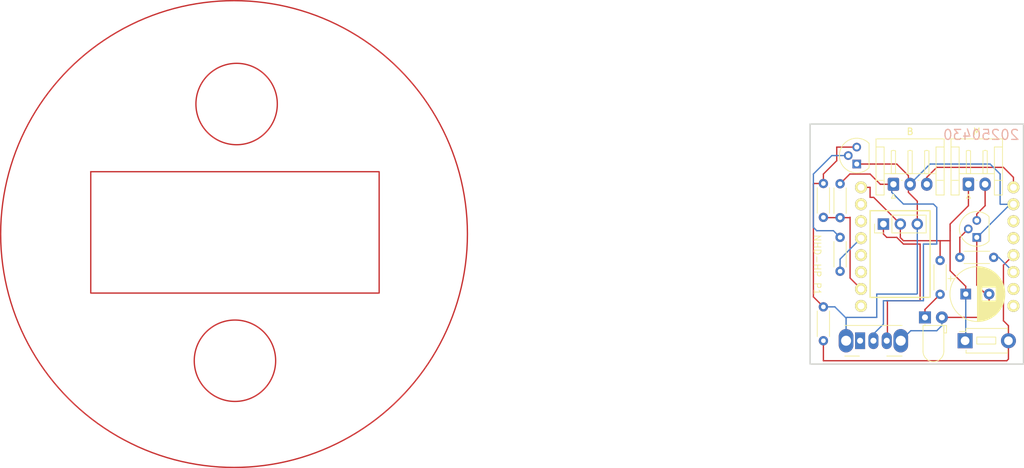
<source format=kicad_pcb>
(kicad_pcb (version 20241229) (generator "pcbnew") (generator_version "9.0")
  (layers (0 "F.Cu" signal) (2 "B.Cu" signal) (13 "F.Paste" user) (15 "B.Paste" user) (5 "F.SilkS" user "F.Silkscreen") (7 "B.SilkS" user "B.Silkscreen") (1 "F.Mask" user) (3 "B.Mask" user) (25 "Edge.Cuts" user))
  (net 0 "")
  (footprint "Resistor_THT:R_Axial_DIN0204_L3.6mm_D1.6mm_P5.08mm_Horizontal" (layer "F.Cu") (at 171.5 83 90)
    (property "Reference" "R6" (hide yes))
    (property "Value" "10K" (hide yes))
    (fp_line (start 0.62 -0.92) (end 4.46 -0.92) (stroke (width 0.12)) (layer "F.SilkS"))
    (fp_line (start 0.62 0.92) (end 4.46 0.92) (stroke (width 0.12)) (layer "F.SilkS"))
    (pad "1" thru_hole circle (at 0 0 90) (size 1.4 1.4) (drill 0.7) (layers "*.Cu" "*.Mask"))
    (pad "2" thru_hole oval (at 5.08 0 90) (size 1.4 1.4) (drill 0.7) (layers "*.Cu" "*.Mask"))
  )
  (footprint "Package_TO_SOT_THT:TO-92" (layer "F.Cu") (at 176.5 56.5 90)
    (property "Reference" "Q2" (hide yes))
    (property "Value" "2n2222" (hide yes))
    (fp_line (start -0.53 1.85) (end 3.07 1.85) (stroke (width 0.12)) (layer "F.SilkS"))
    (fp_arc (start 1.27 -2.6) (mid 3.672087 -0.994977) (end 3.108478 1.838478) (stroke (width 0.12)) (layer "F.SilkS"))
    (fp_arc (start -0.568478 1.838478) (mid -1.132087 -0.994977) (end 1.27 -2.6) (stroke (width 0.12)) (layer "F.SilkS"))
    (pad "1" thru_hole rect (at 0 0 90) (size 1.3 1.3) (drill 0.75) (layers "*.Cu" "*.Mask"))
    (pad "2" thru_hole circle (at 1.27 -1.27 90) (size 1.3 1.3) (drill 0.75) (layers "*.Cu" "*.Mask"))
    (pad "3" thru_hole circle (at 2.54 0 90) (size 1.3 1.3) (drill 0.75) (layers "*.Cu" "*.Mask"))
  )
  (footprint "Package_TO_SOT_THT:TO-92" (layer "F.Cu") (at 194.5 67.5 90)
    (property "Reference" "Q1" (hide yes))
    (property "Value" "2N2222" (hide yes))
    (fp_line (start -0.53 1.85) (end 3.07 1.85) (stroke (width 0.12)) (layer "F.SilkS"))
    (fp_arc (start 1.27 -2.6) (mid 3.672087 -0.994977) (end 3.108478 1.838478) (stroke (width 0.12)) (layer "F.SilkS"))
    (fp_arc (start -0.568478 1.838478) (mid -1.132087 -0.994977) (end 1.27 -2.6) (stroke (width 0.12)) (layer "F.SilkS"))
    (pad "1" thru_hole rect (at 0 0 90) (size 1.3 1.3) (drill 0.75) (layers "*.Cu" "*.Mask"))
    (pad "2" thru_hole circle (at 1.27 -1.27 90) (size 1.3 1.3) (drill 0.75) (layers "*.Cu" "*.Mask"))
    (pad "3" thru_hole circle (at 2.54 0 90) (size 1.3 1.3) (drill 0.75) (layers "*.Cu" "*.Mask"))
  )
  (footprint "Resistor_THT:R_Axial_DIN0204_L3.6mm_D1.6mm_P5.08mm_Horizontal" (layer "F.Cu") (at 174 67.5 -90)
    (property "Reference" "R5" (hide yes))
    (property "Value" "1K" (hide yes))
    (fp_line (start 0.62 0.92) (end 4.46 0.92) (stroke (width 0.12)) (layer "F.SilkS"))
    (fp_line (start 0.62 -0.92) (end 4.46 -0.92) (stroke (width 0.12)) (layer "F.SilkS"))
    (pad "1" thru_hole circle (at 0 0 270) (size 1.4 1.4) (drill 0.7) (layers "*.Cu" "*.Mask"))
    (pad "2" thru_hole oval (at 5.08 0 270) (size 1.4 1.4) (drill 0.7) (layers "*.Cu" "*.Mask"))
  )
  (footprint "Wemos_D1_Mini:D1_mini_board" (layer "F.Cu") (at 188.57 70.16)
    (property "Reference" "U1" (hide yes))
    (property "Value" "D1_mini_board" (hide yes))
    (pad "1" thru_hole circle (at -11.43 7.62) (size 1.8 1.8) (drill 1.016) (layers "*.Cu" "*.Mask" "F.SilkS"))
    (pad "2" thru_hole circle (at -11.43 5.08) (size 1.8 1.8) (drill 1.016) (layers "*.Cu" "*.Mask" "F.SilkS"))
    (pad "3" thru_hole circle (at -11.43 2.54) (size 1.8 1.8) (drill 1.016) (layers "*.Cu" "*.Mask" "F.SilkS"))
    (pad "4" thru_hole circle (at -11.43 0) (size 1.8 1.8) (drill 1.016) (layers "*.Cu" "*.Mask" "F.SilkS"))
    (pad "5" thru_hole circle (at -11.43 -2.54) (size 1.8 1.8) (drill 1.016) (layers "*.Cu" "*.Mask" "F.SilkS"))
    (pad "6" thru_hole circle (at -11.43 -5.08) (size 1.8 1.8) (drill 1.016) (layers "*.Cu" "*.Mask" "F.SilkS"))
    (pad "7" thru_hole circle (at -11.43 -7.62) (size 1.8 1.8) (drill 1.016) (layers "*.Cu" "*.Mask" "F.SilkS"))
    (pad "8" thru_hole circle (at -11.43 -10.16) (size 1.8 1.8) (drill 1.016) (layers "*.Cu" "*.Mask" "F.SilkS"))
    (pad "9" thru_hole circle (at 11.43 -10.16) (size 1.8 1.8) (drill 1.016) (layers "*.Cu" "*.Mask" "F.SilkS"))
    (pad "10" thru_hole circle (at 11.43 -7.62) (size 1.8 1.8) (drill 1.016) (layers "*.Cu" "*.Mask" "F.SilkS"))
    (pad "11" thru_hole circle (at 11.43 -5.08) (size 1.8 1.8) (drill 1.016) (layers "*.Cu" "*.Mask" "F.SilkS"))
    (pad "12" thru_hole circle (at 11.43 -2.54) (size 1.8 1.8) (drill 1.016) (layers "*.Cu" "*.Mask" "F.SilkS"))
    (pad "13" thru_hole circle (at 11.43 0) (size 1.8 1.8) (drill 1.016) (layers "*.Cu" "*.Mask" "F.SilkS"))
    (pad "14" thru_hole circle (at 11.43 2.54) (size 1.8 1.8) (drill 1.016) (layers "*.Cu" "*.Mask" "F.SilkS"))
    (pad "15" thru_hole circle (at 11.43 5.08) (size 1.8 1.8) (drill 1.016) (layers "*.Cu" "*.Mask" "F.SilkS"))
    (pad "16" thru_hole circle (at 11.43 7.62) (size 1.8 1.8) (drill 1.016) (layers "*.Cu" "*.Mask" "F.SilkS"))
  )
  (footprint "Button_Switch_THT:SW_Slide_SPDT_Angled_CK_OS102011MA1Q" (layer "F.Cu") (at 177 83)
    (property "Reference" "SW1" (hide yes))
    (property "Value" "SW_Slide_SPDT_Angled_CK_OS102011MA1Q" (hide yes))
    (fp_line (start -2.3 -2.3) (end 6.3 -2.3) (stroke (width 0.12)) (layer "F.SilkS"))
    (fp_line (start -2.3 2.3) (end -0.1 2.3) (stroke (width 0.12)) (layer "F.SilkS"))
    (fp_line (start 4 2.3) (end 6.3 2.3) (stroke (width 0.12)) (layer "F.SilkS"))
    (pad "" thru_hole oval (at -2.1 0) (size 2.2 3.5) (drill 1.5) (layers "*.Cu" "*.Mask"))
    (pad "" thru_hole oval (at 6.1 0) (size 2.2 3.5) (drill 1.5) (layers "*.Cu" "*.Mask"))
    (pad "1" thru_hole rect (at 0 0) (size 1.5 2.5) (drill 0.9) (layers "*.Cu" "*.Mask"))
    (pad "2" thru_hole oval (at 2 0) (size 1.5 2.5) (drill 0.9) (layers "*.Cu" "*.Mask"))
    (pad "3" thru_hole oval (at 4 0) (size 1.5 2.5) (drill 0.9) (layers "*.Cu" "*.Mask"))
  )
  (footprint "Resistor_THT:R_Axial_DIN0204_L3.6mm_D1.6mm_P5.08mm_Horizontal" (layer "F.Cu") (at 174 64.54 90)
    (property "Reference" "R3" (hide yes))
    (property "Value" "10K" (hide yes))
    (fp_line (start 0.62 -0.92) (end 4.46 -0.92) (stroke (width 0.12)) (layer "F.SilkS"))
    (fp_line (start 0.62 0.92) (end 4.46 0.92) (stroke (width 0.12)) (layer "F.SilkS"))
    (pad "1" thru_hole circle (at 0 0 90) (size 1.4 1.4) (drill 0.7) (layers "*.Cu" "*.Mask"))
    (pad "2" thru_hole oval (at 5.08 0 90) (size 1.4 1.4) (drill 0.7) (layers "*.Cu" "*.Mask"))
  )
  (footprint "Connector_JST:JST_EH_S3B-EH_1x03_P2.50mm_Horizontal" (layer "F.Cu") (at 182 59.5325)
    (property "Reference" "B" (at 2.5 -7.9 0) (layer "F.SilkS"))
    (property "Value" "")
    (fp_line (start -2.61 -6.81) (end 7.61 -6.81) (stroke (width 0.12)) (layer "F.SilkS"))
    (fp_line (start -2.61 -5.59) (end -1.39 -5.59) (stroke (width 0.12)) (layer "F.SilkS"))
    (fp_line (start -2.61 1.61) (end -2.61 -6.81) (stroke (width 0.12)) (layer "F.SilkS"))
    (fp_line (start -1.39 -5.59) (end -1.39 -0.59) (stroke (width 0.12)) (layer "F.SilkS"))
    (fp_line (start -1.39 -1.59) (end 6.39 -1.59) (stroke (width 0.12)) (layer "F.SilkS"))
    (fp_line (start -1.39 -0.59) (end -2.61 -0.59) (stroke (width 0.12)) (layer "F.SilkS"))
    (fp_line (start -1.39 -0.59) (end -1.39 1.61) (stroke (width 0.12)) (layer "F.SilkS"))
    (fp_line (start -1.39 1.61) (end -2.61 1.61) (stroke (width 0.12)) (layer "F.SilkS"))
    (fp_line (start -0.32 -5.01) (end 0 -5.09) (stroke (width 0.12)) (layer "F.SilkS"))
    (fp_line (start -0.32 -1.59) (end -0.32 -5.01) (stroke (width 0.12)) (layer "F.SilkS"))
    (fp_line (start -0.3 2.1) (end 0.3 2.1) (stroke (width 0.12)) (layer "F.SilkS"))
    (fp_line (start 0 -5.09) (end 0.32 -5.01) (stroke (width 0.12)) (layer "F.SilkS"))
    (fp_line (start 0 -1.59) (end -0.32 -1.59) (stroke (width 0.12)) (layer "F.SilkS"))
    (fp_line (start 0 1.5) (end -0.3 2.1) (stroke (width 0.12)) (layer "F.SilkS"))
    (fp_line (start 0.3 2.1) (end 0 1.5) (stroke (width 0.12)) (layer "F.SilkS"))
    (fp_line (start 0.32 -5.01) (end 0.32 -1.59) (stroke (width 0.12)) (layer "F.SilkS"))
    (fp_line (start 0.32 -1.59) (end 0 -1.59) (stroke (width 0.12)) (layer "F.SilkS"))
    (fp_line (start 1.17 -0.59) (end 1.33 -0.59) (stroke (width 0.12)) (layer "F.SilkS"))
    (fp_line (start 2.18 -5.01) (end 2.5 -5.09) (stroke (width 0.12)) (layer "F.SilkS"))
    (fp_line (start 2.18 -1.59) (end 2.18 -5.01) (stroke (width 0.12)) (layer "F.SilkS"))
    (fp_line (start 2.5 -5.09) (end 2.82 -5.01) (stroke (width 0.12)) (layer "F.SilkS"))
    (fp_line (start 2.5 -1.59) (end 2.18 -1.59) (stroke (width 0.12)) (layer "F.SilkS"))
    (fp_line (start 2.82 -5.01) (end 2.82 -1.59) (stroke (width 0.12)) (layer "F.SilkS"))
    (fp_line (start 2.82 -1.59) (end 2.5 -1.59) (stroke (width 0.12)) (layer "F.SilkS"))
    (fp_line (start 3.67 -0.59) (end 3.83 -0.59) (stroke (width 0.12)) (layer "F.SilkS"))
    (fp_line (start 4.68 -5.01) (end 5 -5.09) (stroke (width 0.12)) (layer "F.SilkS"))
    (fp_line (start 4.68 -1.59) (end 4.68 -5.01) (stroke (width 0.12)) (layer "F.SilkS"))
    (fp_line (start 5 -5.09) (end 5.32 -5.01) (stroke (width 0.12)) (layer "F.SilkS"))
    (fp_line (start 5 -1.59) (end 4.68 -1.59) (stroke (width 0.12)) (layer "F.SilkS"))
    (fp_line (start 5.32 -5.01) (end 5.32 -1.59) (stroke (width 0.12)) (layer "F.SilkS"))
    (fp_line (start 5.32 -1.59) (end 5 -1.59) (stroke (width 0.12)) (layer "F.SilkS"))
    (fp_line (start 6.39 -5.59) (end 6.39 -0.59) (stroke (width 0.12)) (layer "F.SilkS"))
    (fp_line (start 6.39 -0.59) (end 7.61 -0.59) (stroke (width 0.12)) (layer "F.SilkS"))
    (fp_line (start 6.39 1.61) (end 6.39 -0.59) (stroke (width 0.12)) (layer "F.SilkS"))
    (fp_line (start 7.61 -6.81) (end 7.61 1.61) (stroke (width 0.12)) (layer "F.SilkS"))
    (fp_line (start 7.61 -5.59) (end 6.39 -5.59) (stroke (width 0.12)) (layer "F.SilkS"))
    (fp_line (start 7.61 1.61) (end 6.39 1.61) (stroke (width 0.12)) (layer "F.SilkS"))
    (pad "1" thru_hole roundrect (at 0 0) (size 1.7 1.95) (drill 0.95) (layers "*.Cu" "*.Mask") (roundrect_rratio 0.147059))
    (pad "2" thru_hole oval (at 2.5 0) (size 1.7 1.95) (drill 0.95) (layers "*.Cu" "*.Mask"))
    (pad "3" thru_hole oval (at 5 0) (size 1.7 1.95) (drill 0.95) (layers "*.Cu" "*.Mask"))
  )
  (footprint "LED_THT:LED_D3.0mm_Horizontal_O1.27mm_Z2.0mm" (layer "F.Cu") (at 186.73 79.5)
    (property "Reference" "D1" (hide yes))
    (property "Value" "PWD LED" (hide yes))
    (fp_line (start -0.29 1.21) (end -0.29 5.07) (stroke (width 0.12)) (layer "F.SilkS"))
    (fp_line (start -0.29 1.21) (end 2.83 1.21) (stroke (width 0.12)) (layer "F.SilkS"))
    (fp_line (start 0 1.08) (end 0 1.08) (stroke (width 0.12)) (layer "F.SilkS"))
    (fp_line (start 0 1.08) (end 0 1.21) (stroke (width 0.12)) (layer "F.SilkS"))
    (fp_line (start 0 1.21) (end 0 1.08) (stroke (width 0.12)) (layer "F.SilkS"))
    (fp_line (start 0 1.21) (end 0 1.21) (stroke (width 0.12)) (layer "F.SilkS"))
    (fp_line (start 2.54 1.08) (end 2.54 1.08) (stroke (width 0.12)) (layer "F.SilkS"))
    (fp_line (start 2.54 1.08) (end 2.54 1.21) (stroke (width 0.12)) (layer "F.SilkS"))
    (fp_line (start 2.54 1.21) (end 2.54 1.08) (stroke (width 0.12)) (layer "F.SilkS"))
    (fp_line (start 2.54 1.21) (end 2.54 1.21) (stroke (width 0.12)) (layer "F.SilkS"))
    (fp_line (start 2.83 1.21) (end 2.83 5.07) (stroke (width 0.12)) (layer "F.SilkS"))
    (fp_line (start 2.83 1.21) (end 3.23 1.21) (stroke (width 0.12)) (layer "F.SilkS"))
    (fp_line (start 2.83 2.33) (end 2.83 1.21) (stroke (width 0.12)) (layer "F.SilkS"))
    (fp_line (start 3.23 1.21) (end 3.23 2.33) (stroke (width 0.12)) (layer "F.SilkS"))
    (fp_line (start 3.23 2.33) (end 2.83 2.33) (stroke (width 0.12)) (layer "F.SilkS"))
    (fp_arc (start 2.83 5.07) (mid 1.27 6.63) (end -0.29 5.07) (stroke (width 0.12)) (layer "F.SilkS"))
    (pad "1" thru_hole rect (at 0 0) (size 1.8 1.8) (drill 0.9) (layers "*.Cu" "*.Mask"))
    (pad "2" thru_hole circle (at 2.54 0) (size 1.8 1.8) (drill 0.9) (layers "*.Cu" "*.Mask"))
  )
  (footprint "Resistor_THT:R_Axial_DIN0204_L3.6mm_D1.6mm_P5.08mm_Horizontal" (layer "F.Cu") (at 189 70.96 -90)
    (property "Reference" "R2" (hide yes))
    (property "Value" "56Ohm" (hide yes))
    (fp_line (start 0.62 0.92) (end 4.46 0.92) (stroke (width 0.12)) (layer "F.SilkS"))
    (fp_line (start 0.62 -0.92) (end 4.46 -0.92) (stroke (width 0.12)) (layer "F.SilkS"))
    (pad "1" thru_hole circle (at 0 0 270) (size 1.4 1.4) (drill 0.7) (layers "*.Cu" "*.Mask"))
    (pad "2" thru_hole oval (at 5.08 0 270) (size 1.4 1.4) (drill 0.7) (layers "*.Cu" "*.Mask"))
  )
  (footprint "Capacitor_THT:CP_Radial_D8.0mm_P3.50mm" (layer "F.Cu") (at 192.847349 76)
    (property "Reference" "C1" (hide yes))
    (property "Value" "200uf 25v" (hide yes))
    (fp_line (start -2.659698 -2.315) (end -1.859698 -2.315) (stroke (width 0.12)) (layer "F.SilkS"))
    (fp_line (start -2.259698 -2.715) (end -2.259698 -1.915) (stroke (width 0.12)) (layer "F.SilkS"))
    (fp_line (start 1.75 -4.08) (end 1.75 4.08) (stroke (width 0.12)) (layer "F.SilkS"))
    (fp_line (start 1.79 -4.08) (end 1.79 4.08) (stroke (width 0.12)) (layer "F.SilkS"))
    (fp_line (start 1.83 -4.08) (end 1.83 4.08) (stroke (width 0.12)) (layer "F.SilkS"))
    (fp_line (start 1.87 -4.079) (end 1.87 4.079) (stroke (width 0.12)) (layer "F.SilkS"))
    (fp_line (start 1.91 -4.077) (end 1.91 4.077) (stroke (width 0.12)) (layer "F.SilkS"))
    (fp_line (start 1.95 -4.076) (end 1.95 4.076) (stroke (width 0.12)) (layer "F.SilkS"))
    (fp_line (start 1.99 -4.074) (end 1.99 4.074) (stroke (width 0.12)) (layer "F.SilkS"))
    (fp_line (start 2.03 -4.071) (end 2.03 4.071) (stroke (width 0.12)) (layer "F.SilkS"))
    (fp_line (start 2.07 -4.068) (end 2.07 4.068) (stroke (width 0.12)) (layer "F.SilkS"))
    (fp_line (start 2.11 -4.065) (end 2.11 4.065) (stroke (width 0.12)) (layer "F.SilkS"))
    (fp_line (start 2.15 -4.061) (end 2.15 4.061) (stroke (width 0.12)) (layer "F.SilkS"))
    (fp_line (start 2.19 -4.057) (end 2.19 4.057) (stroke (width 0.12)) (layer "F.SilkS"))
    (fp_line (start 2.23 -4.052) (end 2.23 4.052) (stroke (width 0.12)) (layer "F.SilkS"))
    (fp_line (start 2.27 -4.048) (end 2.27 4.048) (stroke (width 0.12)) (layer "F.SilkS"))
    (fp_line (start 2.31 -4.042) (end 2.31 4.042) (stroke (width 0.12)) (layer "F.SilkS"))
    (fp_line (start 2.35 -4.037) (end 2.35 4.037) (stroke (width 0.12)) (layer "F.SilkS"))
    (fp_line (start 2.39 -4.03) (end 2.39 4.03) (stroke (width 0.12)) (layer "F.SilkS"))
    (fp_line (start 2.43 -4.024) (end 2.43 4.024) (stroke (width 0.12)) (layer "F.SilkS"))
    (fp_line (start 2.471 -4.017) (end 2.471 -1.04) (stroke (width 0.12)) (layer "F.SilkS"))
    (fp_line (start 2.471 1.04) (end 2.471 4.017) (stroke (width 0.12)) (layer "F.SilkS"))
    (fp_line (start 2.511 -4.01) (end 2.511 -1.04) (stroke (width 0.12)) (layer "F.SilkS"))
    (fp_line (start 2.511 1.04) (end 2.511 4.01) (stroke (width 0.12)) (layer "F.SilkS"))
    (fp_line (start 2.551 -4.002) (end 2.551 -1.04) (stroke (width 0.12)) (layer "F.SilkS"))
    (fp_line (start 2.551 1.04) (end 2.551 4.002) (stroke (width 0.12)) (layer "F.SilkS"))
    (fp_line (start 2.591 -3.994) (end 2.591 -1.04) (stroke (width 0.12)) (layer "F.SilkS"))
    (fp_line (start 2.591 1.04) (end 2.591 3.994) (stroke (width 0.12)) (layer "F.SilkS"))
    (fp_line (start 2.631 -3.985) (end 2.631 -1.04) (stroke (width 0.12)) (layer "F.SilkS"))
    (fp_line (start 2.631 1.04) (end 2.631 3.985) (stroke (width 0.12)) (layer "F.SilkS"))
    (fp_line (start 2.671 -3.976) (end 2.671 -1.04) (stroke (width 0.12)) (layer "F.SilkS"))
    (fp_line (start 2.671 1.04) (end 2.671 3.976) (stroke (width 0.12)) (layer "F.SilkS"))
    (fp_line (start 2.711 -3.967) (end 2.711 -1.04) (stroke (width 0.12)) (layer "F.SilkS"))
    (fp_line (start 2.711 1.04) (end 2.711 3.967) (stroke (width 0.12)) (layer "F.SilkS"))
    (fp_line (start 2.751 -3.957) (end 2.751 -1.04) (stroke (width 0.12)) (layer "F.SilkS"))
    (fp_line (start 2.751 1.04) (end 2.751 3.957) (stroke (width 0.12)) (layer "F.SilkS"))
    (fp_line (start 2.791 -3.947) (end 2.791 -1.04) (stroke (width 0.12)) (layer "F.SilkS"))
    (fp_line (start 2.791 1.04) (end 2.791 3.947) (stroke (width 0.12)) (layer "F.SilkS"))
    (fp_line (start 2.831 -3.936) (end 2.831 -1.04) (stroke (width 0.12)) (layer "F.SilkS"))
    (fp_line (start 2.831 1.04) (end 2.831 3.936) (stroke (width 0.12)) (layer "F.SilkS"))
    (fp_line (start 2.871 -3.925) (end 2.871 -1.04) (stroke (width 0.12)) (layer "F.SilkS"))
    (fp_line (start 2.871 1.04) (end 2.871 3.925) (stroke (width 0.12)) (layer "F.SilkS"))
    (fp_line (start 2.911 -3.914) (end 2.911 -1.04) (stroke (width 0.12)) (layer "F.SilkS"))
    (fp_line (start 2.911 1.04) (end 2.911 3.914) (stroke (width 0.12)) (layer "F.SilkS"))
    (fp_line (start 2.951 -3.902) (end 2.951 -1.04) (stroke (width 0.12)) (layer "F.SilkS"))
    (fp_line (start 2.951 1.04) (end 2.951 3.902) (stroke (width 0.12)) (layer "F.SilkS"))
    (fp_line (start 2.991 -3.889) (end 2.991 -1.04) (stroke (width 0.12)) (layer "F.SilkS"))
    (fp_line (start 2.991 1.04) (end 2.991 3.889) (stroke (width 0.12)) (layer "F.SilkS"))
    (fp_line (start 3.031 -3.877) (end 3.031 -1.04) (stroke (width 0.12)) (layer "F.SilkS"))
    (fp_line (start 3.031 1.04) (end 3.031 3.877) (stroke (width 0.12)) (layer "F.SilkS"))
    (fp_line (start 3.071 -3.863) (end 3.071 -1.04) (stroke (width 0.12)) (layer "F.SilkS"))
    (fp_line (start 3.071 1.04) (end 3.071 3.863) (stroke (width 0.12)) (layer "F.SilkS"))
    (fp_line (start 3.111 -3.85) (end 3.111 -1.04) (stroke (width 0.12)) (layer "F.SilkS"))
    (fp_line (start 3.111 1.04) (end 3.111 3.85) (stroke (width 0.12)) (layer "F.SilkS"))
    (fp_line (start 3.151 -3.835) (end 3.151 -1.04) (stroke (width 0.12)) (layer "F.SilkS"))
    (fp_line (start 3.151 1.04) (end 3.151 3.835) (stroke (width 0.12)) (layer "F.SilkS"))
    (fp_line (start 3.191 -3.821) (end 3.191 -1.04) (stroke (width 0.12)) (layer "F.SilkS"))
    (fp_line (start 3.191 1.04) (end 3.191 3.821) (stroke (width 0.12)) (layer "F.SilkS"))
    (fp_line (start 3.231 -3.805) (end 3.231 -1.04) (stroke (width 0.12)) (layer "F.SilkS"))
    (fp_line (start 3.231 1.04) (end 3.231 3.805) (stroke (width 0.12)) (layer "F.SilkS"))
    (fp_line (start 3.271 -3.79) (end 3.271 -1.04) (stroke (width 0.12)) (layer "F.SilkS"))
    (fp_line (start 3.271 1.04) (end 3.271 3.79) (stroke (width 0.12)) (layer "F.SilkS"))
    (fp_line (start 3.311 -3.774) (end 3.311 -1.04) (stroke (width 0.12)) (layer "F.SilkS"))
    (fp_line (start 3.311 1.04) (end 3.311 3.774) (stroke (width 0.12)) (layer "F.SilkS"))
    (fp_line (start 3.351 -3.757) (end 3.351 -1.04) (stroke (width 0.12)) (layer "F.SilkS"))
    (fp_line (start 3.351 1.04) (end 3.351 3.757) (stroke (width 0.12)) (layer "F.SilkS"))
    (fp_line (start 3.391 -3.74) (end 3.391 -1.04) (stroke (width 0.12)) (layer "F.SilkS"))
    (fp_line (start 3.391 1.04) (end 3.391 3.74) (stroke (width 0.12)) (layer "F.SilkS"))
    (fp_line (start 3.431 -3.722) (end 3.431 -1.04) (stroke (width 0.12)) (layer "F.SilkS"))
    (fp_line (start 3.431 1.04) (end 3.431 3.722) (stroke (width 0.12)) (layer "F.SilkS"))
    (fp_line (start 3.471 -3.704) (end 3.471 -1.04) (stroke (width 0.12)) (layer "F.SilkS"))
    (fp_line (start 3.471 1.04) (end 3.471 3.704) (stroke (width 0.12)) (layer "F.SilkS"))
    (fp_line (start 3.511 -3.686) (end 3.511 -1.04) (stroke (width 0.12)) (layer "F.SilkS"))
    (fp_line (start 3.511 1.04) (end 3.511 3.686) (stroke (width 0.12)) (layer "F.SilkS"))
    (fp_line (start 3.551 -3.666) (end 3.551 -1.04) (stroke (width 0.12)) (layer "F.SilkS"))
    (fp_line (start 3.551 1.04) (end 3.551 3.666) (stroke (width 0.12)) (layer "F.SilkS"))
    (fp_line (start 3.591 -3.647) (end 3.591 -1.04) (stroke (width 0.12)) (layer "F.SilkS"))
    (fp_line (start 3.591 1.04) (end 3.591 3.647) (stroke (width 0.12)) (layer "F.SilkS"))
    (fp_line (start 3.631 -3.627) (end 3.631 -1.04) (stroke (width 0.12)) (layer "F.SilkS"))
    (fp_line (start 3.631 1.04) (end 3.631 3.627) (stroke (width 0.12)) (layer "F.SilkS"))
    (fp_line (start 3.671 -3.606) (end 3.671 -1.04) (stroke (width 0.12)) (layer "F.SilkS"))
    (fp_line (start 3.671 1.04) (end 3.671 3.606) (stroke (width 0.12)) (layer "F.SilkS"))
    (fp_line (start 3.711 -3.584) (end 3.711 -1.04) (stroke (width 0.12)) (layer "F.SilkS"))
    (fp_line (start 3.711 1.04) (end 3.711 3.584) (stroke (width 0.12)) (layer "F.SilkS"))
    (fp_line (start 3.751 -3.562) (end 3.751 -1.04) (stroke (width 0.12)) (layer "F.SilkS"))
    (fp_line (start 3.751 1.04) (end 3.751 3.562) (stroke (width 0.12)) (layer "F.SilkS"))
    (fp_line (start 3.791 -3.54) (end 3.791 -1.04) (stroke (width 0.12)) (layer "F.SilkS"))
    (fp_line (start 3.791 1.04) (end 3.791 3.54) (stroke (width 0.12)) (layer "F.SilkS"))
    (fp_line (start 3.831 -3.517) (end 3.831 -1.04) (stroke (width 0.12)) (layer "F.SilkS"))
    (fp_line (start 3.831 1.04) (end 3.831 3.517) (stroke (width 0.12)) (layer "F.SilkS"))
    (fp_line (start 3.871 -3.493) (end 3.871 -1.04) (stroke (width 0.12)) (layer "F.SilkS"))
    (fp_line (start 3.871 1.04) (end 3.871 3.493) (stroke (width 0.12)) (layer "F.SilkS"))
    (fp_line (start 3.911 -3.469) (end 3.911 -1.04) (stroke (width 0.12)) (layer "F.SilkS"))
    (fp_line (start 3.911 1.04) (end 3.911 3.469) (stroke (width 0.12)) (layer "F.SilkS"))
    (fp_line (start 3.951 -3.444) (end 3.951 -1.04) (stroke (width 0.12)) (layer "F.SilkS"))
    (fp_line (start 3.951 1.04) (end 3.951 3.444) (stroke (width 0.12)) (layer "F.SilkS"))
    (fp_line (start 3.991 -3.418) (end 3.991 -1.04) (stroke (width 0.12)) (layer "F.SilkS"))
    (fp_line (start 3.991 1.04) (end 3.991 3.418) (stroke (width 0.12)) (layer "F.SilkS"))
    (fp_line (start 4.031 -3.392) (end 4.031 -1.04) (stroke (width 0.12)) (layer "F.SilkS"))
    (fp_line (start 4.031 1.04) (end 4.031 3.392) (stroke (width 0.12)) (layer "F.SilkS"))
    (fp_line (start 4.071 -3.365) (end 4.071 -1.04) (stroke (width 0.12)) (layer "F.SilkS"))
    (fp_line (start 4.071 1.04) (end 4.071 3.365) (stroke (width 0.12)) (layer "F.SilkS"))
    (fp_line (start 4.111 -3.338) (end 4.111 -1.04) (stroke (width 0.12)) (layer "F.SilkS"))
    (fp_line (start 4.111 1.04) (end 4.111 3.338) (stroke (width 0.12)) (layer "F.SilkS"))
    (fp_line (start 4.151 -3.309) (end 4.151 -1.04) (stroke (width 0.12)) (layer "F.SilkS"))
    (fp_line (start 4.151 1.04) (end 4.151 3.309) (stroke (width 0.12)) (layer "F.SilkS"))
    (fp_line (start 4.191 -3.28) (end 4.191 -1.04) (stroke (width 0.12)) (layer "F.SilkS"))
    (fp_line (start 4.191 1.04) (end 4.191 3.28) (stroke (width 0.12)) (layer "F.SilkS"))
    (fp_line (start 4.231 -3.25) (end 4.231 -1.04) (stroke (width 0.12)) (layer "F.SilkS"))
    (fp_line (start 4.231 1.04) (end 4.231 3.25) (stroke (width 0.12)) (layer "F.SilkS"))
    (fp_line (start 4.271 -3.22) (end 4.271 -1.04) (stroke (width 0.12)) (layer "F.SilkS"))
    (fp_line (start 4.271 1.04) (end 4.271 3.22) (stroke (width 0.12)) (layer "F.SilkS"))
    (fp_line (start 4.311 -3.189) (end 4.311 -1.04) (stroke (width 0.12)) (layer "F.SilkS"))
    (fp_line (start 4.311 1.04) (end 4.311 3.189) (stroke (width 0.12)) (layer "F.SilkS"))
    (fp_line (start 4.351 -3.156) (end 4.351 -1.04) (stroke (width 0.12)) (layer "F.SilkS"))
    (fp_line (start 4.351 1.04) (end 4.351 3.156) (stroke (width 0.12)) (layer "F.SilkS"))
    (fp_line (start 4.391 -3.124) (end 4.391 -1.04) (stroke (width 0.12)) (layer "F.SilkS"))
    (fp_line (start 4.391 1.04) (end 4.391 3.124) (stroke (width 0.12)) (layer "F.SilkS"))
    (fp_line (start 4.431 -3.09) (end 4.431 -1.04) (stroke (width 0.12)) (layer "F.SilkS"))
    (fp_line (start 4.431 1.04) (end 4.431 3.09) (stroke (width 0.12)) (layer "F.SilkS"))
    (fp_line (start 4.471 -3.055) (end 4.471 -1.04) (stroke (width 0.12)) (layer "F.SilkS"))
    (fp_line (start 4.471 1.04) (end 4.471 3.055) (stroke (width 0.12)) (layer "F.SilkS"))
    (fp_line (start 4.511 -3.019) (end 4.511 -1.04) (stroke (width 0.12)) (layer "F.SilkS"))
    (fp_line (start 4.511 1.04) (end 4.511 3.019) (stroke (width 0.12)) (layer "F.SilkS"))
    (fp_line (start 4.551 -2.983) (end 4.551 2.983) (stroke (width 0.12)) (layer "F.SilkS"))
    (fp_line (start 4.591 -2.945) (end 4.591 2.945) (stroke (width 0.12)) (layer "F.SilkS"))
    (fp_line (start 4.631 -2.907) (end 4.631 2.907) (stroke (width 0.12)) (layer "F.SilkS"))
    (fp_line (start 4.671 -2.867) (end 4.671 2.867) (stroke (width 0.12)) (layer "F.SilkS"))
    (fp_line (start 4.711 -2.826) (end 4.711 2.826) (stroke (width 0.12)) (layer "F.SilkS"))
    (fp_line (start 4.751 -2.784) (end 4.751 2.784) (stroke (width 0.12)) (layer "F.SilkS"))
    (fp_line (start 4.791 -2.741) (end 4.791 2.741) (stroke (width 0.12)) (layer "F.SilkS"))
    (fp_line (start 4.831 -2.697) (end 4.831 2.697) (stroke (width 0.12)) (layer "F.SilkS"))
    (fp_line (start 4.871 -2.651) (end 4.871 2.651) (stroke (width 0.12)) (layer "F.SilkS"))
    (fp_line (start 4.911 -2.604) (end 4.911 2.604) (stroke (width 0.12)) (layer "F.SilkS"))
    (fp_line (start 4.951 -2.556) (end 4.951 2.556) (stroke (width 0.12)) (layer "F.SilkS"))
    (fp_line (start 4.991 -2.505) (end 4.991 2.505) (stroke (width 0.12)) (layer "F.SilkS"))
    (fp_line (start 5.031 -2.454) (end 5.031 2.454) (stroke (width 0.12)) (layer "F.SilkS"))
    (fp_line (start 5.071 -2.4) (end 5.071 2.4) (stroke (width 0.12)) (layer "F.SilkS"))
    (fp_line (start 5.111 -2.345) (end 5.111 2.345) (stroke (width 0.12)) (layer "F.SilkS"))
    (fp_line (start 5.151 -2.287) (end 5.151 2.287) (stroke (width 0.12)) (layer "F.SilkS"))
    (fp_line (start 5.191 -2.228) (end 5.191 2.228) (stroke (width 0.12)) (layer "F.SilkS"))
    (fp_line (start 5.231 -2.166) (end 5.231 2.166) (stroke (width 0.12)) (layer "F.SilkS"))
    (fp_line (start 5.271 -2.102) (end 5.271 2.102) (stroke (width 0.12)) (layer "F.SilkS"))
    (fp_line (start 5.311 -2.034) (end 5.311 2.034) (stroke (width 0.12)) (layer "F.SilkS"))
    (fp_line (start 5.351 -1.964) (end 5.351 1.964) (stroke (width 0.12)) (layer "F.SilkS"))
    (fp_line (start 5.391 -1.89) (end 5.391 1.89) (stroke (width 0.12)) (layer "F.SilkS"))
    (fp_line (start 5.431 -1.813) (end 5.431 1.813) (stroke (width 0.12)) (layer "F.SilkS"))
    (fp_line (start 5.471 -1.731) (end 5.471 1.731) (stroke (width 0.12)) (layer "F.SilkS"))
    (fp_line (start 5.511 -1.645) (end 5.511 1.645) (stroke (width 0.12)) (layer "F.SilkS"))
    (fp_line (start 5.551 -1.552) (end 5.551 1.552) (stroke (width 0.12)) (layer "F.SilkS"))
    (fp_line (start 5.591 -1.453) (end 5.591 1.453) (stroke (width 0.12)) (layer "F.SilkS"))
    (fp_line (start 5.631 -1.346) (end 5.631 1.346) (stroke (width 0.12)) (layer "F.SilkS"))
    (fp_line (start 5.671 -1.229) (end 5.671 1.229) (stroke (width 0.12)) (layer "F.SilkS"))
    (fp_line (start 5.711 -1.098) (end 5.711 1.098) (stroke (width 0.12)) (layer "F.SilkS"))
    (fp_line (start 5.751 -0.948) (end 5.751 0.948) (stroke (width 0.12)) (layer "F.SilkS"))
    (fp_line (start 5.791 -0.768) (end 5.791 0.768) (stroke (width 0.12)) (layer "F.SilkS"))
    (fp_line (start 5.831 -0.533) (end 5.831 0.533) (stroke (width 0.12)) (layer "F.SilkS"))
    (fp_circle (center 1.75 0) (end 5.87 0) (stroke (width 0.12)) (fill no) (layer "F.SilkS"))
    (pad "1" thru_hole rect (at 0 0) (size 1.6 1.6) (drill 0.8) (layers "*.Cu" "*.Mask"))
    (pad "2" thru_hole circle (at 3.5 0) (size 1.6 1.6) (drill 0.8) (layers "*.Cu" "*.Mask"))
  )
  (footprint "Connector_PinHeader_2.54mm:PinHeader_1x03_P2.54mm_Vertical" (layer "F.Cu") (at 180.5 65.5 90)
    (property "Reference" "J1" (hide yes))
    (property "Value" "PinHeader_1x03_P2.54mm_Vertical" (hide yes))
    (fp_line (start -1.33 -1.33) (end 0 -1.33) (stroke (width 0.12)) (layer "F.SilkS"))
    (fp_line (start -1.33 0) (end -1.33 -1.33) (stroke (width 0.12)) (layer "F.SilkS"))
    (fp_line (start 1.33 1.27) (end 1.33 6.41) (stroke (width 0.12)) (layer "F.SilkS"))
    (fp_line (start -1.33 1.27) (end 1.33 1.27) (stroke (width 0.12)) (layer "F.SilkS"))
    (fp_line (start -1.33 1.27) (end -1.33 6.41) (stroke (width 0.12)) (layer "F.SilkS"))
    (fp_line (start -1.33 6.41) (end 1.33 6.41) (stroke (width 0.12)) (layer "F.SilkS"))
    (pad "1" thru_hole rect (at 0 0 90) (size 1.7 1.7) (drill 1) (layers "*.Cu" "*.Mask"))
    (pad "2" thru_hole oval (at 0 2.54 90) (size 1.7 1.7) (drill 1) (layers "*.Cu" "*.Mask"))
    (pad "3" thru_hole oval (at 0 5.08 90) (size 1.7 1.7) (drill 1) (layers "*.Cu" "*.Mask"))
  )
  (footprint "Connector_JST:JST_EH_S2B-EH_1x02_P2.50mm_Horizontal" (layer "F.Cu") (at 193.25 59.5325)
    (property "Reference" "M" (at 1.25 -7.9 0) (layer "F.SilkS"))
    (property "Value" "+ -")
    (fp_line (start -2.61 -6.81) (end 5.11 -6.81) (stroke (width 0.12)) (layer "F.SilkS"))
    (fp_line (start -2.61 -5.59) (end -1.39 -5.59) (stroke (width 0.12)) (layer "F.SilkS"))
    (fp_line (start -2.61 1.61) (end -2.61 -6.81) (stroke (width 0.12)) (layer "F.SilkS"))
    (fp_line (start -1.39 -5.59) (end -1.39 -0.59) (stroke (width 0.12)) (layer "F.SilkS"))
    (fp_line (start -1.39 -1.59) (end 3.89 -1.59) (stroke (width 0.12)) (layer "F.SilkS"))
    (fp_line (start -1.39 -0.59) (end -2.61 -0.59) (stroke (width 0.12)) (layer "F.SilkS"))
    (fp_line (start -1.39 -0.59) (end -1.39 1.61) (stroke (width 0.12)) (layer "F.SilkS"))
    (fp_line (start -1.39 1.61) (end -2.61 1.61) (stroke (width 0.12)) (layer "F.SilkS"))
    (fp_line (start -0.32 -5.01) (end 0 -5.09) (stroke (width 0.12)) (layer "F.SilkS"))
    (fp_line (start -0.32 -1.59) (end -0.32 -5.01) (stroke (width 0.12)) (layer "F.SilkS"))
    (fp_line (start -0.3 2.1) (end 0.3 2.1) (stroke (width 0.12)) (layer "F.SilkS"))
    (fp_line (start 0 -5.09) (end 0.32 -5.01) (stroke (width 0.12)) (layer "F.SilkS"))
    (fp_line (start 0 -1.59) (end -0.32 -1.59) (stroke (width 0.12)) (layer "F.SilkS"))
    (fp_line (start 0 1.5) (end -0.3 2.1) (stroke (width 0.12)) (layer "F.SilkS"))
    (fp_line (start 0.3 2.1) (end 0 1.5) (stroke (width 0.12)) (layer "F.SilkS"))
    (fp_line (start 0.32 -5.01) (end 0.32 -1.59) (stroke (width 0.12)) (layer "F.SilkS"))
    (fp_line (start 0.32 -1.59) (end 0 -1.59) (stroke (width 0.12)) (layer "F.SilkS"))
    (fp_line (start 1.17 -0.59) (end 1.33 -0.59) (stroke (width 0.12)) (layer "F.SilkS"))
    (fp_line (start 2.18 -5.01) (end 2.5 -5.09) (stroke (width 0.12)) (layer "F.SilkS"))
    (fp_line (start 2.18 -1.59) (end 2.18 -5.01) (stroke (width 0.12)) (layer "F.SilkS"))
    (fp_line (start 2.5 -5.09) (end 2.82 -5.01) (stroke (width 0.12)) (layer "F.SilkS"))
    (fp_line (start 2.5 -1.59) (end 2.18 -1.59) (stroke (width 0.12)) (layer "F.SilkS"))
    (fp_line (start 2.82 -5.01) (end 2.82 -1.59) (stroke (width 0.12)) (layer "F.SilkS"))
    (fp_line (start 2.82 -1.59) (end 2.5 -1.59) (stroke (width 0.12)) (layer "F.SilkS"))
    (fp_line (start 3.89 -5.59) (end 3.89 -0.59) (stroke (width 0.12)) (layer "F.SilkS"))
    (fp_line (start 3.89 -0.59) (end 5.11 -0.59) (stroke (width 0.12)) (layer "F.SilkS"))
    (fp_line (start 3.89 1.61) (end 3.89 -0.59) (stroke (width 0.12)) (layer "F.SilkS"))
    (fp_line (start 5.11 -6.81) (end 5.11 1.61) (stroke (width 0.12)) (layer "F.SilkS"))
    (fp_line (start 5.11 -5.59) (end 3.89 -5.59) (stroke (width 0.12)) (layer "F.SilkS"))
    (fp_line (start 5.11 1.61) (end 3.89 1.61) (stroke (width 0.12)) (layer "F.SilkS"))
    (pad "1" thru_hole roundrect (at 0 0) (size 1.7 2) (drill 1) (layers "*.Cu" "*.Mask") (roundrect_rratio 0.147059))
    (pad "2" thru_hole oval (at 2.5 0) (size 1.7 2) (drill 1) (layers "*.Cu" "*.Mask"))
  )
  (footprint "Button_Switch_THT:SW_PUSH_1P1T_6x3.5mm_H4.3_APEM_MJTP1243" (layer "F.Cu") (at 192.75 83)
    (property "Reference" "SW2" (hide yes))
    (property "Value" "SW_PUSH_1P1T_6x3.5mm_H4.3_APEM_MJTP1243" (hide yes))
    (fp_line (start 0.15 -1.85) (end 0.15 -1.39) (stroke (width 0.12)) (layer "F.SilkS"))
    (fp_line (start 0.15 -1.39) (end -0.85 -1.39) (stroke (width 0.12)) (layer "F.SilkS"))
    (fp_line (start 0.15 1.39) (end 0.15 1.85) (stroke (width 0.12)) (layer "F.SilkS"))
    (fp_line (start 0.15 1.85) (end 6.35 1.85) (stroke (width 0.12)) (layer "F.SilkS"))
    (fp_line (start 6.35 -1.85) (end 0.15 -1.85) (stroke (width 0.12)) (layer "F.SilkS"))
    (fp_line (start 6.35 -1.85) (end 6.35 -1.39) (stroke (width 0.12)) (layer "F.SilkS"))
    (fp_line (start 6.35 1.39) (end 6.35 1.85) (stroke (width 0.12)) (layer "F.SilkS"))
    (fp_rect (start 1.75 -0.55) (end 4.6 0.5) (stroke (width 0.12)) (fill no) (layer "F.SilkS"))
    (pad "1" thru_hole rect (at 0 0 90) (size 2.25 2.25) (drill 1.3) (layers "*.Cu" "*.Mask"))
    (pad "2" thru_hole circle (at 6.5 0 90) (size 2.25 2.25) (drill 1.3) (layers "*.Cu" "*.Mask"))
  )
  (footprint "Resistor_THT:R_Axial_DIN0204_L3.6mm_D1.6mm_P5.08mm_Horizontal" (layer "F.Cu") (at 171.5 64.5 90)
    (property "Reference" "R4" (hide yes))
    (property "Value" "20K" (hide yes))
    (fp_line (start 0.62 -0.92) (end 4.46 -0.92) (stroke (width 0.12)) (layer "F.SilkS"))
    (fp_line (start 0.62 0.92) (end 4.46 0.92) (stroke (width 0.12)) (layer "F.SilkS"))
    (pad "1" thru_hole circle (at 0 0 90) (size 1.4 1.4) (drill 0.7) (layers "*.Cu" "*.Mask"))
    (pad "2" thru_hole oval (at 5.08 0 90) (size 1.4 1.4) (drill 0.7) (layers "*.Cu" "*.Mask"))
  )
  (footprint "Resistor_THT:R_Axial_DIN0204_L3.6mm_D1.6mm_P5.08mm_Horizontal" (layer "F.Cu") (at 197.04 70.5 180)
    (property "Reference" "R1" (hide yes))
    (property "Value" "1K" (hide yes))
    (fp_line (start 0.62 0.92) (end 4.46 0.92) (stroke (width 0.12)) (layer "F.SilkS"))
    (fp_line (start 0.62 -0.92) (end 4.46 -0.92) (stroke (width 0.12)) (layer "F.SilkS"))
    (pad "1" thru_hole circle (at 0 0 180) (size 1.4 1.4) (drill 0.7) (layers "*.Cu" "*.Mask"))
    (pad "2" thru_hole oval (at 5.08 0 180) (size 1.4 1.4) (drill 0.7) (layers "*.Cu" "*.Mask"))
  )
  (gr_circle (center 83.25 86) (end 88.25 89.5) (stroke (width 0.2)) (fill no) (layer "F.Cu"))
  (gr_circle (center 83.5 47.5) (end 88.5 51) (stroke (width 0.2)) (fill no) (layer "F.Cu"))
  (gr_rect (start 61.625 57.65) (end 104.875 75.85) (stroke (width 0.2)) (fill no) (layer "F.Cu"))
  (gr_circle (center 83.11407 67) (end 118.11407 67) (stroke (width 0.2)) (fill no) (layer "F.Cu"))
  (gr_rect (start 178.5 63.5) (end 187.5 76.5) (stroke (width 0.2)) (fill no) (layer "F.SilkS"))
  (gr_rect (start 169.5 50.5) (end 201.5 86.5) (stroke (width 0.2)) (fill no) (layer "Edge.Cuts"))
  (gr_text "NHD-HP P1" (at 170 67 270) (layer "F.SilkS") (effects (font (size 1 1) (thickness 0.125)) (justify left bottom)))
  (gr_text "20250430" (at 201 53 0) (layer "B.SilkS") (effects (font (size 1.5 1.5) (thickness 0.1875)) (justify left bottom mirror)))
  (segment (start 193.25 62.75) (end 193.25 59.5325) (width 0.2) (layer "F.Cu") (net 0))
  (segment (start 171.5 58) (end 173.5 56) (width 0.2) (layer "F.Cu") (net 0))
  (segment (start 184.25 60.75) (end 185.58 62.08) (width 0.2) (layer "F.Cu") (net 0))
  (segment (start 185.58 62.08) (end 185.58 65.5) (width 0.2) (layer "F.Cu") (net 0))
  (segment (start 189 68) (end 190.5 68) (width 0.2) (layer "F.Cu") (net 0))
  (segment (start 189 68) (end 189 70.96) (width 0.2) (layer "F.Cu") (net 0))
  (segment (start 190.5 72.5) (end 190.5 68) (width 0.2) (layer "F.Cu") (net 0))
  (segment (start 170.08 59.42) (end 170 59.5) (width 0.2) (layer "F.Cu") (net 0))
  (segment (start 181.1 77.1) (end 181.1 81.9) (width 0.2) (layer "F.Cu") (net 0))
  (segment (start 172.04 64.54) (end 174 64.54) (width 0.2) (layer "F.Cu") (net 0))
  (segment (start 190.5 72.5) (end 192.847349 74.847349) (width 0.2) (layer "F.Cu") (net 0))
  (segment (start 186 77) (end 181 77) (width 0.2) (layer "F.Cu") (net 0))
  (segment (start 178.5 58) (end 180.0325 59.5325) (width 0.2) (layer "F.Cu") (net 0))
  (segment (start 183.04 67.54) (end 183.5 68) (width 0.2) (layer "F.Cu") (net 0))
  (segment (start 193.23 66.23) (end 191.96 67.5) (width 0.2) (layer "F.Cu") (net 0))
  (segment (start 190.5 65.5) (end 193.25 62.75) (width 0.2) (layer "F.Cu") (net 0))
  (segment (start 199 86) (end 171.5 86) (width 0.2) (layer "F.Cu") (net 0))
  (segment (start 188.5 57) (end 187 58.5) (width 0.2) (layer "F.Cu") (net 0))
  (segment (start 180.0325 59.5325) (end 181.75 59.5325) (width 0.2) (layer "F.Cu") (net 0))
  (segment (start 194.5 64.96) (end 194.5 64) (width 0.2) (layer "F.Cu") (net 0))
  (segment (start 171.5 86) (end 171.5 83) (width 0.2) (layer "F.Cu") (net 0))
  (segment (start 179.04 61.5) (end 183.04 65.5) (width 0.2) (layer "F.Cu") (net 0))
  (segment (start 198.5 71.66) (end 200 70.16) (width 0.2) (layer "F.Cu") (net 0))
  (segment (start 175.46 64.54) (end 175.5 64.5) (width 0.2) (layer "F.Cu") (net 0))
  (segment (start 174 64.54) (end 175.46 64.54) (width 0.2) (layer "F.Cu") (net 0))
  (segment (start 181 77) (end 181.1 77.1) (width 0.2) (layer "F.Cu") (net 0))
  (segment (start 180.5 65.5) (end 180.5 67) (width 0.2) (layer "F.Cu") (net 0))
  (segment (start 187 58.5) (end 187 59.5325) (width 0.2) (layer "F.Cu") (net 0))
  (segment (start 171.5 59.42) (end 171.5 58) (width 0.2) (layer "F.Cu") (net 0))
  (segment (start 198.5 80) (end 199.25 80.75) (width 0.2) (layer "F.Cu") (net 0))
  (segment (start 195.75 62.75) (end 195.75 59.5325) (width 0.2) (layer "F.Cu") (net 0))
  (segment (start 199.25 83) (end 199.25 85.75) (width 0.2) (layer "F.Cu") (net 0))
  (segment (start 180.5 67) (end 181 67.5) (width 0.2) (layer "F.Cu") (net 0))
  (segment (start 189 76.04) (end 186.73 78.31) (width 0.2) (layer "F.Cu") (net 0))
  (segment (start 178.5 61.5) (end 179.04 61.5) (width 0.2) (layer "F.Cu") (net 0))
  (segment (start 181.1 81.9) (end 181 82) (width 0.2) (layer "F.Cu") (net 0))
  (segment (start 184.25 58.25) (end 184.25 59.5325) (width 0.2) (layer "F.Cu") (net 0))
  (segment (start 194.5 74.652651) (end 196.347349 76.5) (width 0.2) (layer "F.Cu") (net 0))
  (segment (start 199.74 75.5) (end 200 75.24) (width 0.2) (layer "F.Cu") (net 0))
  (segment (start 171.5 59.42) (end 170.08 59.42) (width 0.2) (layer "F.Cu") (net 0))
  (segment (start 199.25 80.75) (end 199.25 83) (width 0.2) (layer "F.Cu") (net 0))
  (segment (start 176.5 56.5) (end 182.5 56.5) (width 0.2) (layer "F.Cu") (net 0))
  (segment (start 198.5 80) (end 198.5 71.66) (width 0.2) (layer "F.Cu") (net 0))
  (segment (start 177.14 60) (end 178.5 60) (width 0.2) (layer "F.Cu") (net 0))
  (segment (start 186.73 78.31) (end 186.73 79.5) (width 0.2) (layer "F.Cu") (net 0))
  (segment (start 182.5 56.5) (end 184.25 58.25) (width 0.2) (layer "F.Cu") (net 0))
  (segment (start 190.5 66.5) (end 190.5 65.5) (width 0.2) (layer "F.Cu") (net 0))
  (segment (start 194.5 67.5) (end 194.5 74.652651) (width 0.2) (layer "F.Cu") (net 0))
  (segment (start 178.5 60) (end 178.5 61.5) (width 0.2) (layer "F.Cu") (net 0))
  (segment (start 186 68.5) (end 186 77) (width 0.2) (layer "F.Cu") (net 0))
  (segment (start 183.5 68) (end 189 68) (width 0.2) (layer "F.Cu") (net 0))
  (segment (start 199.25 85.75) (end 199 86) (width 0.2) (layer "F.Cu") (net 0))
  (segment (start 181.6775 59.46) (end 181.75 59.5325) (width 0.2) (layer "F.Cu") (net 0))
  (segment (start 170 76.42) (end 171.5 77.92) (width 0.2) (layer "F.Cu") (net 0))
  (segment (start 174 59.46) (end 175.46 58) (width 0.2) (layer "F.Cu") (net 0))
  (segment (start 200 60) (end 200 58.5) (width 0.2) (layer "F.Cu") (net 0))
  (segment (start 173.5 56) (end 173.5 53.96) (width 0.2) (layer "F.Cu") (net 0))
  (segment (start 173.5 53.96) (end 176.5 53.96) (width 0.2) (layer "F.Cu") (net 0))
  (segment (start 191.96 67.5) (end 191.96 71) (width 0.2) (layer "F.Cu") (net 0))
  (segment (start 183.04 65.5) (end 183.04 67.54) (width 0.2) (layer "F.Cu") (net 0))
  (segment (start 198.5 57) (end 188.5 57) (width 0.2) (layer "F.Cu") (net 0))
  (segment (start 170 59.5) (end 170 76.42) (width 0.2) (layer "F.Cu") (net 0))
  (segment (start 196.347349 78.152651) (end 195 79.5) (width 0.2) (layer "F.Cu") (net 0))
  (segment (start 175.5 73.6) (end 177.14 75.24) (width 0.2) (layer "F.Cu") (net 0))
  (segment (start 172 64.5) (end 172.04 64.54) (width 0.2) (layer "F.Cu") (net 0))
  (segment (start 183.5 68.5) (end 186 68.5) (width 0.2) (layer "F.Cu") (net 0))
  (segment (start 195 79.5) (end 189.27 79.5) (width 0.2) (layer "F.Cu") (net 0))
  (segment (start 182.5 67.5) (end 183.5 68.5) (width 0.2) (layer "F.Cu") (net 0))
  (segment (start 194.5 64) (end 195.75 62.75) (width 0.2) (layer "F.Cu") (net 0))
  (segment (start 192.847349 74.847349) (end 192.847349 76.5) (width 0.2) (layer "F.Cu") (net 0))
  (segment (start 190.5 68) (end 190.5 66.5) (width 0.2) (layer "F.Cu") (net 0))
  (segment (start 175.5 64.5) (end 175.5 73.6) (width 0.2) (layer "F.Cu") (net 0))
  (segment (start 181 67.5) (end 182.5 67.5) (width 0.2) (layer "F.Cu") (net 0))
  (segment (start 175.46 58) (end 178.5 58) (width 0.2) (layer "F.Cu") (net 0))
  (segment (start 196.347349 76.5) (end 196.347349 78.152651) (width 0.2) (layer "F.Cu") (net 0))
  (segment (start 171.5 64.5) (end 172 64.5) (width 0.2) (layer "F.Cu") (net 0))
  (segment (start 184.25 59.5325) (end 184.25 60.75) (width 0.2) (layer "F.Cu") (net 0))
  (segment (start 200 58.5) (end 198.5 57) (width 0.2) (layer "F.Cu") (net 0))
  (segment (start 173.22 77.92) (end 174.9 79.6) (width 0.2) (layer "B.Cu") (net 0))
  (segment (start 174 70.76) (end 177.14 67.62) (width 0.2) (layer "B.Cu") (net 0))
  (segment (start 185.58 75.92) (end 185.5 76) (width 0.2) (layer "B.Cu") (net 0))
  (segment (start 200 62.54) (end 198.04 62.54) (width 0.2) (layer "B.Cu") (net 0))
  (segment (start 185.58 65.5) (end 185.58 75.92) (width 0.2) (layer "B.Cu") (net 0))
  (segment (start 194.54 67.5) (end 194.5 67.5) (width 0.2) (layer "B.Cu") (net 0))
  (segment (start 197.8 70.5) (end 200 72.7) (width 0.2) (layer "B.Cu") (net 0))
  (segment (start 199.5 62.54) (end 194.54 67.5) (width 0.2) (layer "B.Cu") (net 0))
  (segment (start 189.27 80.73) (end 188.5 81.5) (width 0.2) (layer "B.Cu") (net 0))
  (segment (start 177.14 77.78) (end 176.72 77.78) (width 0.2) (layer "B.Cu") (net 0))
  (segment (start 196.5 56.5) (end 187.5 56.5) (width 0.2) (layer "B.Cu") (net 0))
  (segment (start 186.5 68.5) (end 186.5 77) (width 0.2) (layer "B.Cu") (net 0))
  (segment (start 198 62.5) (end 198 58) (width 0.2) (layer "B.Cu") (net 0))
  (segment (start 198 58) (end 196.5 56.5) (width 0.2) (layer "B.Cu") (net 0))
  (segment (start 174.9 82) (end 175.5 82.6) (width 0.2) (layer "B.Cu") (net 0))
  (segment (start 173 66.5) (end 174 67.5) (width 0.2) (layer "B.Cu") (net 0))
  (segment (start 184.6 81.5) (end 183.1 83) (width 0.2) (layer "B.Cu") (net 0))
  (segment (start 174 72.58) (end 174 70.76) (width 0.2) (layer "B.Cu") (net 0))
  (segment (start 179.5 76) (end 179.5 79.5) (width 0.2) (layer "B.Cu") (net 0))
  (segment (start 189.27 79.5) (end 189.27 80.73) (width 0.2) (layer "B.Cu") (net 0))
  (segment (start 184.4675 59.5325) (end 184.25 59.5325) (width 0.2) (layer "B.Cu") (net 0))
  (segment (start 175 79.5) (end 174.9 79.6) (width 0.2) (layer "B.Cu") (net 0))
  (segment (start 197.04 71) (end 197.54 70.5) (width 0.2) (layer "B.Cu") (net 0))
  (segment (start 181.75 59.5325) (end 181.75 60.75) (width 0.2) (layer "B.Cu") (net 0))
  (segment (start 177.42 77.5) (end 177.14 77.78) (width 0.2) (layer "B.Cu") (net 0))
  (segment (start 192.847349 82.902651) (end 192.75 83) (width 0.2) (layer "B.Cu") (net 0))
  (segment (start 187.5 56.5) (end 184.4675 59.5325) (width 0.2) (layer "B.Cu") (net 0))
  (segment (start 188.5 68.5) (end 186.5 68.5) (width 0.2) (layer "B.Cu") (net 0))
  (segment (start 188.5 81.5) (end 184.6 81.5) (width 0.2) (layer "B.Cu") (net 0))
  (segment (start 198.04 62.54) (end 198 62.5) (width 0.2) (layer "B.Cu") (net 0))
  (segment (start 180.5 77) (end 180.5 80.5) (width 0.2) (layer "B.Cu") (net 0))
  (segment (start 170 58) (end 170 66) (width 0.2) (layer "B.Cu") (net 0))
  (segment (start 175.23 55.23) (end 172.77 55.23) (width 0.2) (layer "B.Cu") (net 0))
  (segment (start 174.9 79.6) (end 174.9 82) (width 0.2) (layer "B.Cu") (net 0))
  (segment (start 171.5 77.92) (end 173.22 77.92) (width 0.2) (layer "B.Cu") (net 0))
  (segment (start 188.5 63) (end 188.5 68.5) (width 0.2) (layer "B.Cu") (net 0))
  (segment (start 170 66) (end 170.5 66.5) (width 0.2) (layer "B.Cu") (net 0))
  (segment (start 192.847349 76) (end 192.847349 82.902651) (width 0.2) (layer "B.Cu") (net 0))
  (segment (start 172.77 55.23) (end 170 58) (width 0.2) (layer "B.Cu") (net 0))
  (segment (start 183.5 62.5) (end 188 62.5) (width 0.2) (layer "B.Cu") (net 0))
  (segment (start 185.5 76) (end 179.5 76) (width 0.2) (layer "B.Cu") (net 0))
  (segment (start 179.5 79.5) (end 175 79.5) (width 0.2) (layer "B.Cu") (net 0))
  (segment (start 181.75 60.75) (end 183.5 62.5) (width 0.2) (layer "B.Cu") (net 0))
  (segment (start 180.5 80.5) (end 179 82) (width 0.2) (layer "B.Cu") (net 0))
  (segment (start 170.5 66.5) (end 173 66.5) (width 0.2) (layer "B.Cu") (net 0))
  (segment (start 188 62.5) (end 188.5 63) (width 0.2) (layer "B.Cu") (net 0))
  (segment (start 186.5 77) (end 180.5 77) (width 0.2) (layer "B.Cu") (net 0))
  (segment (start 197.54 70.5) (end 197.8 70.5) (width 0.2) (layer "B.Cu") (net 0))
)
</source>
